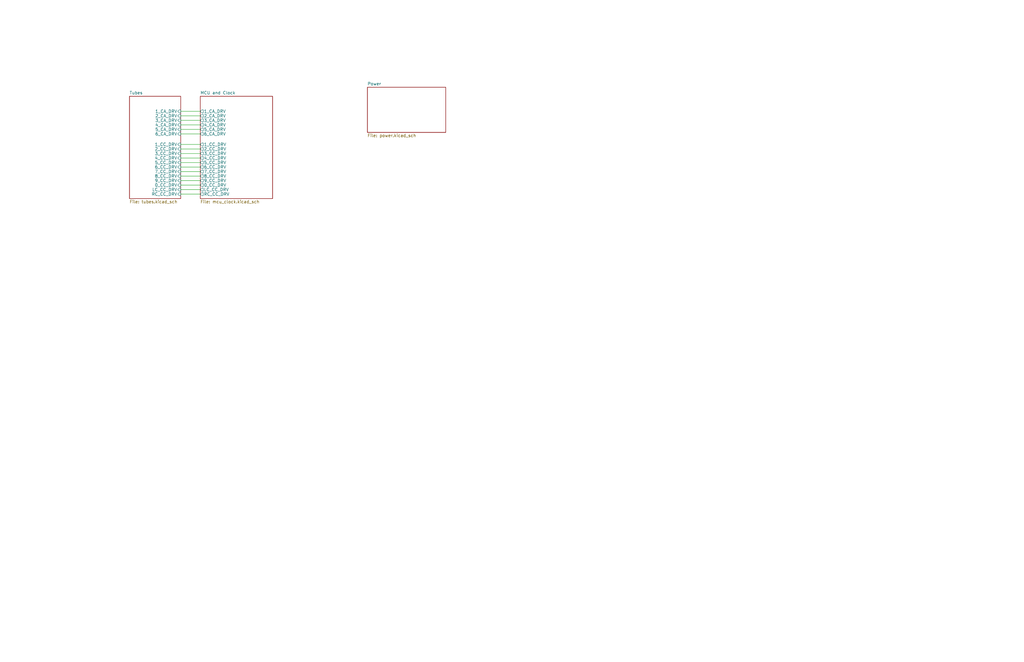
<source format=kicad_sch>
(kicad_sch (version 20230121) (generator eeschema)
  (paper "USLedger")
  (lib_symbols)
  (wire (pts (xy 76.2 62.865) (xy 84.455 62.865)))
  (wire (pts (xy 76.2 64.77) (xy 84.455 64.77)))
  (wire (pts (xy 76.2 68.58) (xy 84.455 68.58)))
  (wire (pts (xy 76.2 60.96) (xy 84.455 60.96)))
  (wire (pts (xy 76.2 74.295) (xy 84.455 74.295)))
  (wire (pts (xy 76.2 78.105) (xy 84.455 78.105)))
  (wire (pts (xy 76.2 81.915) (xy 84.455 81.915)))
  (wire (pts (xy 76.2 80.01) (xy 84.455 80.01)))
  (wire (pts (xy 76.2 66.675) (xy 84.455 66.675)))
  (wire (pts (xy 76.2 48.895) (xy 84.455 48.895)))
  (wire (pts (xy 76.2 50.8) (xy 84.455 50.8)))
  (wire (pts (xy 76.2 76.2) (xy 84.455 76.2)))
  (wire (pts (xy 76.2 72.39) (xy 84.455 72.39)))
  (wire (pts (xy 76.2 56.515) (xy 84.455 56.515)))
  (wire (pts (xy 76.2 54.61) (xy 84.455 54.61)))
  (wire (pts (xy 76.2 70.485) (xy 84.455 70.485)))
  (wire (pts (xy 76.2 46.99) (xy 84.455 46.99)))
  (wire (pts (xy 76.2 52.705) (xy 84.455 52.705)))
  (sheet (at 154.94 36.83) (size 33.02 19.05) (stroke (width 0.1524))
    (property "Sheetname" "Power" (at 154.94 36.1184 0) (effects (justify left bottom)))
    (property "Sheetfile" "power.kicad_sch" (at 154.94 56.4646 0) (effects (justify left top)))
  )
  (sheet (at 84.455 40.64) (size 30.48 43.18) (stroke (width 0.1524))
    (property "Sheetname" "MCU and Clock" (at 84.455 39.9284 0) (effects (justify left bottom)))
    (property "Sheetfile" "mcu_clock.kicad_sch" (at 84.455 84.4046 0) (effects (justify left top)))
    (pin "4_CC_DRV" output (at 84.455 66.675 180))
    (pin "3_CC_DRV" output (at 84.455 64.77 180))
    (pin "5_CC_DRV" output (at 84.455 68.58 180))
    (pin "6_CC_DRV" output (at 84.455 70.485 180))
    (pin "2_CC_DRV" output (at 84.455 62.865 180))
    (pin "1_CC_DRV" output (at 84.455 60.96 180))
    (pin "7_CC_DRV" output (at 84.455 72.39 180))
    (pin "8_CC_DRV" output (at 84.455 74.295 180))
    (pin "9_CC_DRV" output (at 84.455 76.2 180))
    (pin "0_CC_DRV" output (at 84.455 78.105 180))
    (pin "LC_CC_DRV" output (at 84.455 80.01 180))
    (pin "RC_CC_DRV" output (at 84.455 81.915 180))
    (pin "4_CA_DRV" output (at 84.455 52.705 180))
    (pin "3_CA_DRV" output (at 84.455 50.8 180))
    (pin "1_CA_DRV" output (at 84.455 46.99 180))
    (pin "2_CA_DRV" output (at 84.455 48.895 180))
    (pin "5_CA_DRV" output (at 84.455 54.61 180))
    (pin "6_CA_DRV" output (at 84.455 56.515 180))
  )
  (sheet (at 54.61 40.64) (size 21.59 43.18) (stroke (width 0.1524))
    (property "Sheetname" "Tubes" (at 54.61 39.9284 0) (effects (justify left bottom)))
    (property "Sheetfile" "tubes.kicad_sch" (at 54.61 84.4046 0) (effects (justify left top)))
    (pin "9_CC_DRV" input (at 76.2 76.2 0))
    (pin "0_CC_DRV" input (at 76.2 78.105 0))
    (pin "3_CC_DRV" input (at 76.2 64.77 0))
    (pin "7_CC_DRV" input (at 76.2 72.39 0))
    (pin "8_CC_DRV" input (at 76.2 74.295 0))
    (pin "1_CC_DRV" input (at 76.2 60.96 0))
    (pin "2_CC_DRV" input (at 76.2 62.865 0))
    (pin "5_CC_DRV" input (at 76.2 68.58 0))
    (pin "6_CC_DRV" input (at 76.2 70.485 0))
    (pin "RC_CC_DRV" input (at 76.2 81.915 0))
    (pin "4_CC_DRV" input (at 76.2 66.675 0))
    (pin "LC_CC_DRV" input (at 76.2 80.01 0))
    (pin "3_CA_DRV" input (at 76.2 50.8 0))
    (pin "1_CA_DRV" input (at 76.2 46.99 0))
    (pin "2_CA_DRV" input (at 76.2 48.895 0))
    (pin "4_CA_DRV" input (at 76.2 52.705 0))
    (pin "5_CA_DRV" input (at 76.2 54.61 0))
    (pin "6_CA_DRV" input (at 76.2 56.515 0))
  )
)
</source>
